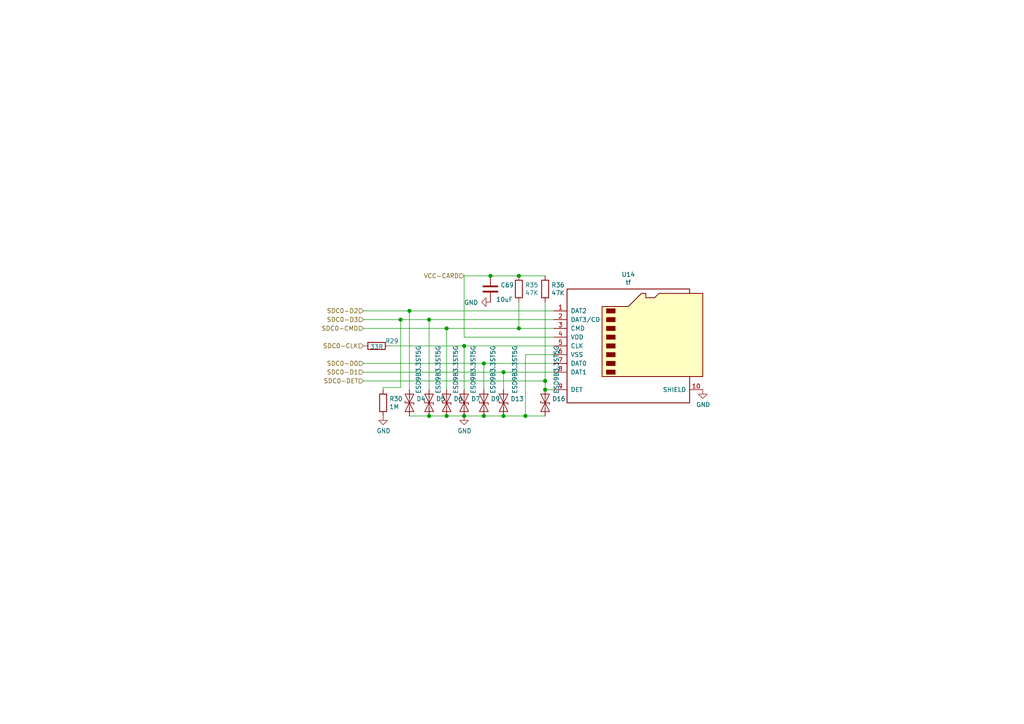
<source format=kicad_sch>
(kicad_sch (version 20210406) (generator eeschema)
  (paper "A4")
  (lib_symbols
    (symbol "Device:C" (pin_numbers hide) (pin_names (offset 0.254))
      (property "Reference" "C" (at 0.635 2.54 0))
      (property "Value" "C" (at 0.635 -2.54 0))
      (symbol "C_0_1"
        (polyline (pts (xy -2.032 -0.762) (xy 2.032 -0.762)) (stroke (width 0.508)))
        (polyline (pts (xy -2.032 0.762) (xy 2.032 0.762)) (stroke (width 0.508)))
      )
      (symbol "C_1_1"
        (pin passive line (at 0 3.81 270) (length 2.794) (name "~") (number "1"))
        (pin passive line (at 0 -3.81 90) (length 2.794) (name "~") (number "2"))
      )
    )
    (symbol "Device:R" (pin_numbers hide) (pin_names (offset 0))
      (property "Reference" "R" (at 2.032 0 90))
      (property "Value" "R" (at 0 0 90))
      (symbol "R_0_1"
        (rectangle (start -1.016 -2.54) (end 1.016 2.54) (stroke (width 0.254)))
      )
      (symbol "R_1_1"
        (pin passive line (at 0 3.81 270) (length 1.27) (name "~") (number "1"))
        (pin passive line (at 0 -3.81 90) (length 1.27) (name "~") (number "2"))
      )
    )
    (symbol "Diode:ESD9B3.3ST5G" (pin_numbers hide) (pin_names (offset 1.016) hide)
      (property "Reference" "D" (at 0 2.54 0))
      (property "Value" "ESD9B3.3ST5G" (at 0 -2.54 0))
      (symbol "ESD9B3.3ST5G_0_1"
        (polyline (pts (xy 1.27 0) (xy -1.27 0)))
        (polyline (pts (xy -2.54 -1.27) (xy 0 0) (xy -2.54 1.27) (xy -2.54 -1.27)) (stroke (width 0.2032)))
        (polyline (pts (xy 0.508 1.27) (xy 0 1.27) (xy 0 -1.27) (xy -0.508 -1.27)) (stroke (width 0.2032)))
        (polyline (pts (xy 2.54 1.27) (xy 2.54 -1.27) (xy 0 0) (xy 2.54 1.27)) (stroke (width 0.2032)))
      )
      (symbol "ESD9B3.3ST5G_1_1"
        (pin passive line (at -3.81 0 0) (length 2.54) (name "A1") (number "1"))
        (pin passive line (at 3.81 0 180) (length 2.54) (name "A2") (number "2"))
      )
    )
    (symbol "power:GND" (power) (pin_names (offset 0))
      (property "Value" "GND" (at 0 -3.81 0))
      (symbol "GND_0_1"
        (polyline (pts (xy 0 0) (xy 0 -1.27) (xy 1.27 -1.27) (xy 0 -2.54) (xy -1.27 -1.27) (xy 0 -1.27)))
      )
      (symbol "GND_1_1"
        (pin power_in line (at 0 0 270) (length 0) hide (name "GND") (number "1"))
      )
    )
    (symbol "tf:tf" (pin_names (offset 1.016))
      (property "Reference" "U" (at 20.32 -15.24 0))
      (property "Value" "tf" (at -12.7 21.59 0))
      (symbol "tf_1_1"
        (rectangle (start -2.54 -4.445) (end 0 -5.715) (fill (type outline)))
        (rectangle (start -2.54 -1.905) (end 0 -3.175) (fill (type outline)))
        (rectangle (start -2.54 0.635) (end 0 -0.635) (fill (type outline)))
        (rectangle (start -2.54 3.175) (end 0 1.905) (fill (type outline)))
        (rectangle (start -2.54 5.715) (end 0 4.445) (fill (type outline)))
        (rectangle (start -2.54 8.255) (end 0 6.985) (fill (type outline)))
        (rectangle (start -2.54 10.795) (end 0 9.525) (fill (type outline)))
        (rectangle (start -2.54 13.335) (end 0 12.065) (fill (type outline)))
        (polyline (pts (xy 21.59 17.78) (xy 21.59 19.05) (xy -13.97 19.05) (xy -13.97 -13.97) (xy 21.59 -13.97) (xy 21.59 -6.35)) (stroke (width 0.254)))
        (polyline (pts (xy -3.81 -6.35) (xy -3.81 13.97) (xy 3.81 13.97) (xy 7.62 17.78) (xy 8.89 17.78) (xy 8.89 16.51) (xy 11.43 16.51) (xy 12.7 17.78) (xy 25.4 17.78) (xy 25.4 -6.35) (xy -3.81 -6.35)) (stroke (width 0.254)) (fill (type background)))
        (pin bidirectional line (at -17.78 12.7 0) (length 3.81) (name "DAT2") (number "1"))
        (pin passive line (at 25.4 -10.16 180) (length 3.81) (name "SHIELD") (number "10"))
        (pin bidirectional line (at -17.78 10.16 0) (length 3.81) (name "DAT3/CD") (number "2"))
        (pin input line (at -17.78 7.62 0) (length 3.81) (name "CMD") (number "3"))
        (pin power_in line (at -17.78 5.08 0) (length 3.81) (name "VDD") (number "4"))
        (pin input line (at -17.78 2.54 0) (length 3.81) (name "CLK") (number "5"))
        (pin power_in line (at -17.78 0 0) (length 3.81) (name "VSS") (number "6"))
        (pin bidirectional line (at -17.78 -2.54 0) (length 3.81) (name "DAT0") (number "7"))
        (pin bidirectional line (at -17.78 -5.08 0) (length 3.81) (name "DAT1") (number "8"))
        (pin passive line (at -17.78 -10.16 0) (length 3.81) (name "DET") (number "9"))
      )
    )
  )
  (junction (at 116.205 92.71) (diameter 1.016))
  (junction (at 118.745 90.17) (diameter 1.016))
  (junction (at 124.46 92.71) (diameter 1.016))
  (junction (at 124.46 120.65) (diameter 1.016))
  (junction (at 129.54 95.25) (diameter 1.016))
  (junction (at 129.54 120.65) (diameter 1.016))
  (junction (at 134.62 100.33) (diameter 1.016))
  (junction (at 134.62 120.65) (diameter 1.016))
  (junction (at 140.335 105.41) (diameter 1.016))
  (junction (at 140.335 120.65) (diameter 1.016))
  (junction (at 142.24 80.01) (diameter 1.016))
  (junction (at 146.05 107.95) (diameter 1.016))
  (junction (at 146.05 120.65) (diameter 1.016))
  (junction (at 150.495 80.01) (diameter 1.016))
  (junction (at 150.495 95.25) (diameter 1.016))
  (junction (at 152.4 120.65) (diameter 1.016))
  (junction (at 158.115 110.49) (diameter 1.016))
  (junction (at 158.115 113.03) (diameter 1.016))
  (wire (pts (xy 105.41 90.17) (xy 118.745 90.17)))
  (wire (pts (xy 105.41 92.71) (xy 116.205 92.71)))
  (wire (pts (xy 105.41 95.25) (xy 129.54 95.25)))
  (wire (pts (xy 105.41 105.41) (xy 140.335 105.41)))
  (wire (pts (xy 105.41 107.95) (xy 146.05 107.95)))
  (wire (pts (xy 105.41 110.49) (xy 158.115 110.49)))
  (wire (pts (xy 111.125 112.395) (xy 111.125 113.03)))
  (wire (pts (xy 113.03 100.33) (xy 134.62 100.33)))
  (wire (pts (xy 116.205 92.71) (xy 116.205 112.395)))
  (wire (pts (xy 116.205 92.71) (xy 124.46 92.71)))
  (wire (pts (xy 116.205 112.395) (xy 111.125 112.395)))
  (wire (pts (xy 118.745 90.17) (xy 118.745 113.03)))
  (wire (pts (xy 118.745 90.17) (xy 160.655 90.17)))
  (wire (pts (xy 118.745 120.65) (xy 124.46 120.65)))
  (wire (pts (xy 124.46 92.71) (xy 124.46 113.03)))
  (wire (pts (xy 124.46 92.71) (xy 160.655 92.71)))
  (wire (pts (xy 124.46 120.65) (xy 129.54 120.65)))
  (wire (pts (xy 129.54 95.25) (xy 129.54 113.03)))
  (wire (pts (xy 129.54 95.25) (xy 150.495 95.25)))
  (wire (pts (xy 129.54 120.65) (xy 134.62 120.65)))
  (wire (pts (xy 134.62 80.01) (xy 134.62 97.79)))
  (wire (pts (xy 134.62 80.01) (xy 142.24 80.01)))
  (wire (pts (xy 134.62 97.79) (xy 160.655 97.79)))
  (wire (pts (xy 134.62 100.33) (xy 134.62 113.03)))
  (wire (pts (xy 134.62 100.33) (xy 160.655 100.33)))
  (wire (pts (xy 134.62 120.65) (xy 140.335 120.65)))
  (wire (pts (xy 140.335 105.41) (xy 140.335 113.03)))
  (wire (pts (xy 140.335 120.65) (xy 146.05 120.65)))
  (wire (pts (xy 142.24 80.01) (xy 150.495 80.01)))
  (wire (pts (xy 146.05 107.95) (xy 146.05 113.03)))
  (wire (pts (xy 146.05 120.65) (xy 152.4 120.65)))
  (wire (pts (xy 150.495 80.01) (xy 158.115 80.01)))
  (wire (pts (xy 150.495 87.63) (xy 150.495 95.25)))
  (wire (pts (xy 150.495 95.25) (xy 160.655 95.25)))
  (wire (pts (xy 152.4 102.87) (xy 152.4 120.65)))
  (wire (pts (xy 152.4 120.65) (xy 158.115 120.65)))
  (wire (pts (xy 158.115 87.63) (xy 158.115 110.49)))
  (wire (pts (xy 158.115 110.49) (xy 158.115 113.03)))
  (wire (pts (xy 158.115 113.03) (xy 160.655 113.03)))
  (wire (pts (xy 160.655 102.87) (xy 152.4 102.87)))
  (wire (pts (xy 160.655 105.41) (xy 140.335 105.41)))
  (wire (pts (xy 160.655 107.95) (xy 146.05 107.95)))
  (hierarchical_label "SDC0-D2" (shape input) (at 105.41 90.17 180))
  (hierarchical_label "SDC0-D3" (shape input) (at 105.41 92.71 180))
  (hierarchical_label "SDC0-CMD" (shape input) (at 105.41 95.25 180))
  (hierarchical_label "SDC0-CLK" (shape input) (at 105.41 100.33 180))
  (hierarchical_label "SDC0-D0" (shape input) (at 105.41 105.41 180))
  (hierarchical_label "SDC0-D1" (shape input) (at 105.41 107.95 180))
  (hierarchical_label "SDC0-DET" (shape input) (at 105.41 110.49 180))
  (hierarchical_label "VCC-CARD" (shape input) (at 134.62 80.01 180))
  (symbol (lib_id "power:GND") (at 111.125 120.65 0) (unit 1)
    (property "Reference" "#PWR0185" (effects hide))
    (property "Value" "GND" (at 111.2393 124.9744 0))
  )
  (symbol (lib_id "power:GND") (at 134.62 120.65 0) (unit 1)
    (property "Reference" "#PWR0184" (effects hide))
    (property "Value" "GND" (at 134.7343 124.9744 0))
  )
  (symbol (lib_id "power:GND") (at 142.24 87.63 270) (unit 1)
    (property "Reference" "#PWR0186" (effects hide))
    (property "Value" "GND" (at 136.6456 87.7443 90))
  )
  (symbol (lib_id "power:GND") (at 203.835 113.03 0) (unit 1)
    (property "Reference" "#PWR0179" (effects hide))
    (property "Value" "GND" (at 203.9493 117.3544 0))
  )
  (symbol (lib_id "Device:R") (at 109.22 100.33 90) (unit 1)
    (property "Reference" "R29" (at 113.665 98.9138 90))
    (property "Value" "33R" (at 109.22 100.578 90))
    (property "Footprint" "Resistor_SMD:R_0402_1005Metric" (effects hide))
  )
  (symbol (lib_id "Device:R") (at 111.125 116.84 0) (unit 1)
    (property "Reference" "R30" (at 112.9031 115.6906 0) (effects (justify left)))
    (property "Value" "1M" (at 112.903 117.989 0) (effects (justify left)))
    (property "Footprint" "Resistor_SMD:R_0402_1005Metric" (effects hide))
  )
  (symbol (lib_id "Device:R") (at 150.495 83.82 180) (unit 1)
    (property "Reference" "R35" (at 152.2731 82.6706 0) (effects (justify right)))
    (property "Value" "47K" (at 152.273 84.969 0) (effects (justify right)))
    (property "Footprint" "Resistor_SMD:R_0402_1005Metric" (effects hide))
  )
  (symbol (lib_id "Device:R") (at 158.115 83.82 180) (unit 1)
    (property "Reference" "R36" (at 159.8931 82.6706 0) (effects (justify right)))
    (property "Value" "47K" (at 159.893 84.969 0) (effects (justify right)))
    (property "Footprint" "Resistor_SMD:R_0402_1005Metric" (effects hide))
  )
  (symbol (lib_id "Diode:ESD9B3.3ST5G") (at 118.745 116.84 90) (unit 1)
    (property "Reference" "D4" (at 120.7517 115.6906 90) (effects (justify right)))
    (property "Value" "ESD9B3.3ST5G" (at 121.3867 100.2093 0) (effects (justify right)))
    (property "Footprint" "Diode_SMD:D_SOD-923" (effects hide))
    (property "Datasheet" "https://www.onsemi.com/pub/Collateral/ESD9B-D.PDF" (effects hide))
  )
  (symbol (lib_id "Diode:ESD9B3.3ST5G") (at 124.46 116.84 90) (unit 1)
    (property "Reference" "D5" (at 126.4667 115.6906 90) (effects (justify right)))
    (property "Value" "ESD9B3.3ST5G" (at 127.1017 100.2093 0) (effects (justify right)))
    (property "Footprint" "Diode_SMD:D_SOD-923" (effects hide))
    (property "Datasheet" "https://www.onsemi.com/pub/Collateral/ESD9B-D.PDF" (effects hide))
  )
  (symbol (lib_id "Diode:ESD9B3.3ST5G") (at 129.54 116.84 90) (unit 1)
    (property "Reference" "D6" (at 131.5467 115.6906 90) (effects (justify right)))
    (property "Value" "ESD9B3.3ST5G" (at 132.1817 100.2093 0) (effects (justify right)))
    (property "Footprint" "Diode_SMD:D_SOD-923" (effects hide))
    (property "Datasheet" "https://www.onsemi.com/pub/Collateral/ESD9B-D.PDF" (effects hide))
  )
  (symbol (lib_id "Diode:ESD9B3.3ST5G") (at 134.62 116.84 90) (unit 1)
    (property "Reference" "D7" (at 136.6267 115.6906 90) (effects (justify right)))
    (property "Value" "ESD9B3.3ST5G" (at 137.2617 100.2093 0) (effects (justify right)))
    (property "Footprint" "Diode_SMD:D_SOD-923" (effects hide))
    (property "Datasheet" "https://www.onsemi.com/pub/Collateral/ESD9B-D.PDF" (effects hide))
  )
  (symbol (lib_id "Diode:ESD9B3.3ST5G") (at 140.335 116.84 90) (unit 1)
    (property "Reference" "D9" (at 142.3417 115.6906 90) (effects (justify right)))
    (property "Value" "ESD9B3.3ST5G" (at 142.9767 100.2093 0) (effects (justify right)))
    (property "Footprint" "Diode_SMD:D_SOD-923" (effects hide))
    (property "Datasheet" "https://www.onsemi.com/pub/Collateral/ESD9B-D.PDF" (effects hide))
  )
  (symbol (lib_id "Diode:ESD9B3.3ST5G") (at 146.05 116.84 90) (unit 1)
    (property "Reference" "D13" (at 148.0567 115.6906 90) (effects (justify right)))
    (property "Value" "ESD9B3.3ST5G" (at 149.3267 100.2093 0) (effects (justify right)))
    (property "Footprint" "Diode_SMD:D_SOD-923" (effects hide))
    (property "Datasheet" "https://www.onsemi.com/pub/Collateral/ESD9B-D.PDF" (effects hide))
  )
  (symbol (lib_id "Diode:ESD9B3.3ST5G") (at 158.115 116.84 90) (unit 1)
    (property "Reference" "D16" (at 160.1217 115.6906 90) (effects (justify right)))
    (property "Value" "ESD9B3.3ST5G" (at 161.3917 100.2093 0) (effects (justify right)))
    (property "Footprint" "Diode_SMD:D_SOD-923" (effects hide))
    (property "Datasheet" "https://www.onsemi.com/pub/Collateral/ESD9B-D.PDF" (effects hide))
  )
  (symbol (lib_id "Device:C") (at 142.24 83.82 0) (unit 1)
    (property "Reference" "C69" (at 145.1611 82.6706 0) (effects (justify left)))
    (property "Value" "10uF" (at 143.891 86.874 0) (effects (justify left)))
    (property "Footprint" "Capacitor_SMD:C_0603_1608Metric" (effects hide))
  )
  (symbol (lib_id "tf:tf") (at 178.435 102.87 0) (unit 1)
    (property "Reference" "U14" (at 182.245 79.6098 0))
    (property "Value" "tf" (at 182.245 81.9085 0))
    (property "Footprint" "tf:tf_lock" (effects hide))
  )
)
</source>
